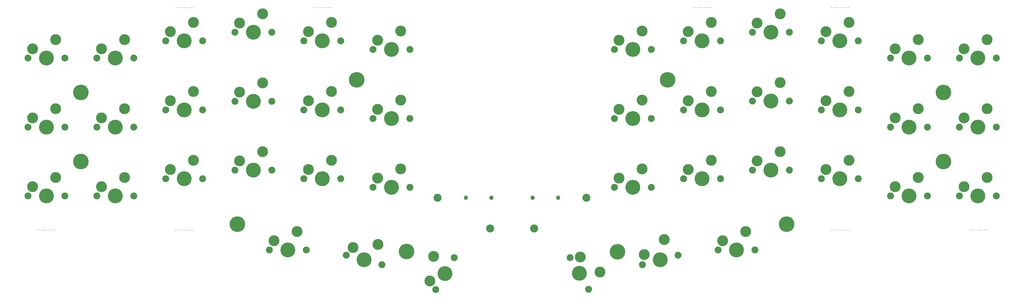
<source format=gbr>
%TF.GenerationSoftware,KiCad,Pcbnew,(5.1.12)-1*%
%TF.CreationDate,2022-11-19T09:45:38+01:00*%
%TF.ProjectId,corne-cherry,636f726e-652d-4636-9865-7272792e6b69,3.0.1*%
%TF.SameCoordinates,Original*%
%TF.FileFunction,Soldermask,Top*%
%TF.FilePolarity,Negative*%
%FSLAX46Y46*%
G04 Gerber Fmt 4.6, Leading zero omitted, Abs format (unit mm)*
G04 Created by KiCad (PCBNEW (5.1.12)-1) date 2022-11-19 09:45:38*
%MOMM*%
%LPD*%
G01*
G04 APERTURE LIST*
%ADD10C,2.200000*%
%ADD11C,4.300000*%
%ADD12C,1.200000*%
%ADD13C,3.000000*%
%ADD14C,1.900000*%
%ADD15C,4.100000*%
%ADD16C,0.300000*%
G04 APERTURE END LIST*
D10*
%TO.C,Ref\u002A\u002A*%
X168850500Y-74264000D03*
%TD*%
D11*
%TO.C,Ref\u002A\u002A*%
X267099500Y-64265500D03*
%TD*%
%TO.C,Ref\u002A\u002A*%
X191144500Y-41775500D03*
%TD*%
%TO.C,Ref\u002A\u002A*%
X267099500Y-45265500D03*
%TD*%
%TO.C,Ref\u002A\u002A*%
X223955500Y-81530500D03*
%TD*%
D10*
%TO.C,Ref\u002A\u002A*%
X154418500Y-82785000D03*
%TD*%
D11*
%TO.C,Ref\u002A\u002A*%
X177389500Y-89145000D03*
%TD*%
D10*
%TO.C,Ref\u002A\u002A*%
X142301500Y-82775000D03*
%TD*%
%TO.C,Ref\u002A\u002A*%
X127869500Y-74254000D03*
%TD*%
D11*
%TO.C,Ref\u002A\u002A*%
X119330500Y-89135000D03*
%TD*%
%TO.C,Ref\u002A\u002A*%
X72764500Y-81520500D03*
%TD*%
%TO.C,Ref\u002A\u002A*%
X105575500Y-41765500D03*
%TD*%
%TO.C,Ref\u002A\u002A*%
X29607500Y-64280000D03*
%TD*%
%TO.C,Ref\u002A\u002A*%
X29607500Y-45280000D03*
%TD*%
D12*
%TO.C,J3*%
X161037500Y-74270000D03*
X154037500Y-74270000D03*
%TD*%
%TO.C,J1*%
X135634500Y-74292000D03*
X142634500Y-74292000D03*
%TD*%
D13*
%TO.C,SW21*%
X126728091Y-90415295D03*
X125752795Y-97184557D03*
D14*
X127317500Y-99554409D03*
X132397500Y-90755591D03*
D15*
X129857500Y-95155000D03*
%TD*%
D13*
%TO.C,SW42*%
X172533909Y-94809705D03*
X167159205Y-90580443D03*
D14*
X164324500Y-90750591D03*
X169404500Y-99549409D03*
D15*
X166864500Y-95150000D03*
%TD*%
D13*
%TO.C,SW6*%
X117647500Y-28325000D03*
X111297500Y-30865000D03*
D14*
X110027500Y-33405000D03*
X120187500Y-33405000D03*
D15*
X115107500Y-33405000D03*
%TD*%
D13*
%TO.C,SW33*%
X184154500Y-47320000D03*
X177804500Y-49860000D03*
D14*
X176534500Y-52400000D03*
X186694500Y-52400000D03*
D15*
X181614500Y-52400000D03*
%TD*%
D13*
%TO.C,SW39*%
X184154500Y-66320000D03*
X177804500Y-68860000D03*
D14*
X176534500Y-71400000D03*
X186694500Y-71400000D03*
D15*
X181614500Y-71400000D03*
%TD*%
D13*
%TO.C,SW13*%
X22647500Y-68700000D03*
X16297500Y-71240000D03*
D14*
X15027500Y-73780000D03*
X25187500Y-73780000D03*
D15*
X20107500Y-73780000D03*
%TD*%
D13*
%TO.C,SW35*%
X260154500Y-68695000D03*
X253804500Y-71235000D03*
D14*
X252534500Y-73775000D03*
X262694500Y-73775000D03*
D15*
X257614500Y-73775000D03*
%TD*%
D13*
%TO.C,SW37*%
X222154500Y-61570000D03*
X215804500Y-64110000D03*
D14*
X214534500Y-66650000D03*
X224694500Y-66650000D03*
D15*
X219614500Y-66650000D03*
%TD*%
D13*
%TO.C,SW14*%
X41647500Y-68700000D03*
X35297500Y-71240000D03*
D14*
X34027500Y-73780000D03*
X44187500Y-73780000D03*
D15*
X39107500Y-73780000D03*
%TD*%
D13*
%TO.C,SW7*%
X22647500Y-49700000D03*
X16297500Y-52240000D03*
D14*
X15027500Y-54780000D03*
X25187500Y-54780000D03*
D15*
X20107500Y-54780000D03*
%TD*%
D13*
%TO.C,SW8*%
X41647500Y-49700000D03*
X35297500Y-52240000D03*
D14*
X34027500Y-54780000D03*
X44187500Y-54780000D03*
D15*
X39107500Y-54780000D03*
%TD*%
D13*
%TO.C,SW1*%
X22647500Y-30700000D03*
X16297500Y-33240000D03*
D14*
X15027500Y-35780000D03*
X25187500Y-35780000D03*
D15*
X20107500Y-35780000D03*
%TD*%
D13*
%TO.C,SW2*%
X41647500Y-30700000D03*
X35297500Y-33240000D03*
D14*
X34027500Y-35780000D03*
X44187500Y-35780000D03*
D15*
X39107500Y-35780000D03*
%TD*%
D13*
%TO.C,SW3*%
X60647500Y-25950000D03*
X54297500Y-28490000D03*
D14*
X53027500Y-31030000D03*
X63187500Y-31030000D03*
D15*
X58107500Y-31030000D03*
%TD*%
D13*
%TO.C,SW4*%
X79647500Y-23575000D03*
X73297500Y-26115000D03*
D14*
X72027500Y-28655000D03*
X82187500Y-28655000D03*
D15*
X77107500Y-28655000D03*
%TD*%
D13*
%TO.C,SW5*%
X98647500Y-25950000D03*
X92297500Y-28490000D03*
D14*
X91027500Y-31030000D03*
X101187500Y-31030000D03*
D15*
X96107500Y-31030000D03*
%TD*%
D13*
%TO.C,SW9*%
X60647500Y-44950000D03*
X54297500Y-47490000D03*
D14*
X53027500Y-50030000D03*
X63187500Y-50030000D03*
D15*
X58107500Y-50030000D03*
%TD*%
D13*
%TO.C,SW10*%
X79647500Y-42575000D03*
X73297500Y-45115000D03*
D14*
X72027500Y-47655000D03*
X82187500Y-47655000D03*
D15*
X77107500Y-47655000D03*
%TD*%
D13*
%TO.C,SW11*%
X98647500Y-44950000D03*
X92297500Y-47490000D03*
D14*
X91027500Y-50030000D03*
X101187500Y-50030000D03*
D15*
X96107500Y-50030000D03*
%TD*%
D13*
%TO.C,SW12*%
X117647500Y-47325000D03*
X111297500Y-49865000D03*
D14*
X110027500Y-52405000D03*
X120187500Y-52405000D03*
D15*
X115107500Y-52405000D03*
%TD*%
D13*
%TO.C,SW15*%
X60647500Y-63950000D03*
X54297500Y-66490000D03*
D14*
X53027500Y-69030000D03*
X63187500Y-69030000D03*
D15*
X58107500Y-69030000D03*
%TD*%
D13*
%TO.C,SW16*%
X79647500Y-61575000D03*
X73297500Y-64115000D03*
D14*
X72027500Y-66655000D03*
X82187500Y-66655000D03*
D15*
X77107500Y-66655000D03*
%TD*%
D13*
%TO.C,SW17*%
X98647500Y-63950000D03*
X92297500Y-66490000D03*
D14*
X91027500Y-69030000D03*
X101187500Y-69030000D03*
D15*
X96107500Y-69030000D03*
%TD*%
D13*
%TO.C,SW18*%
X117647500Y-66325000D03*
X111297500Y-68865000D03*
D14*
X110027500Y-71405000D03*
X120187500Y-71405000D03*
D15*
X115107500Y-71405000D03*
%TD*%
D13*
%TO.C,SW19*%
X89147500Y-83575000D03*
X82797500Y-86115000D03*
D14*
X81527500Y-88655000D03*
X91687500Y-88655000D03*
D15*
X86607500Y-88655000D03*
%TD*%
D13*
%TO.C,SW20*%
X111375752Y-87155497D03*
X104584723Y-87965448D03*
D14*
X102700597Y-90090199D03*
X112514403Y-92719801D03*
D15*
X107607500Y-91405000D03*
%TD*%
D13*
%TO.C,SW22*%
X279154500Y-30695000D03*
X272804500Y-33235000D03*
D14*
X271534500Y-35775000D03*
X281694500Y-35775000D03*
D15*
X276614500Y-35775000D03*
%TD*%
D13*
%TO.C,SW23*%
X260154500Y-30695000D03*
X253804500Y-33235000D03*
D14*
X252534500Y-35775000D03*
X262694500Y-35775000D03*
D15*
X257614500Y-35775000D03*
%TD*%
D13*
%TO.C,SW24*%
X241154500Y-25945000D03*
X234804500Y-28485000D03*
D14*
X233534500Y-31025000D03*
X243694500Y-31025000D03*
D15*
X238614500Y-31025000D03*
%TD*%
D13*
%TO.C,SW25*%
X222154500Y-23570000D03*
X215804500Y-26110000D03*
D14*
X214534500Y-28650000D03*
X224694500Y-28650000D03*
D15*
X219614500Y-28650000D03*
%TD*%
D13*
%TO.C,SW26*%
X203154500Y-25945000D03*
X196804500Y-28485000D03*
D14*
X195534500Y-31025000D03*
X205694500Y-31025000D03*
D15*
X200614500Y-31025000D03*
%TD*%
D13*
%TO.C,SW27*%
X184147500Y-28325000D03*
X177797500Y-30865000D03*
D14*
X176527500Y-33405000D03*
X186687500Y-33405000D03*
D15*
X181607500Y-33405000D03*
%TD*%
D13*
%TO.C,SW28*%
X279154500Y-49695000D03*
X272804500Y-52235000D03*
D14*
X271534500Y-54775000D03*
X281694500Y-54775000D03*
D15*
X276614500Y-54775000D03*
%TD*%
D13*
%TO.C,SW29*%
X260154500Y-49695000D03*
X253804500Y-52235000D03*
D14*
X252534500Y-54775000D03*
X262694500Y-54775000D03*
D15*
X257614500Y-54775000D03*
%TD*%
D13*
%TO.C,SW30*%
X241154500Y-44945000D03*
X234804500Y-47485000D03*
D14*
X233534500Y-50025000D03*
X243694500Y-50025000D03*
D15*
X238614500Y-50025000D03*
%TD*%
D13*
%TO.C,SW31*%
X222154500Y-42570000D03*
X215804500Y-45110000D03*
D14*
X214534500Y-47650000D03*
X224694500Y-47650000D03*
D15*
X219614500Y-47650000D03*
%TD*%
D13*
%TO.C,SW32*%
X203154500Y-44945000D03*
X196804500Y-47485000D03*
D14*
X195534500Y-50025000D03*
X205694500Y-50025000D03*
D15*
X200614500Y-50025000D03*
%TD*%
D13*
%TO.C,SW34*%
X279154500Y-68695000D03*
X272804500Y-71235000D03*
D14*
X271534500Y-73775000D03*
X281694500Y-73775000D03*
D15*
X276614500Y-73775000D03*
%TD*%
D13*
%TO.C,SW36*%
X241154500Y-63945000D03*
X234804500Y-66485000D03*
D14*
X233534500Y-69025000D03*
X243694500Y-69025000D03*
D15*
X238614500Y-69025000D03*
%TD*%
D13*
%TO.C,SW38*%
X203154500Y-63945000D03*
X196804500Y-66485000D03*
D14*
X195534500Y-69025000D03*
X205694500Y-69025000D03*
D15*
X200614500Y-69025000D03*
%TD*%
D13*
%TO.C,SW40*%
X212654500Y-83570000D03*
X206304500Y-86110000D03*
D14*
X205034500Y-88650000D03*
X215194500Y-88650000D03*
D15*
X210114500Y-88650000D03*
%TD*%
D13*
%TO.C,SW41*%
X190253151Y-85835696D03*
X184776922Y-89932649D03*
D14*
X184207597Y-92714801D03*
X194021403Y-90085199D03*
D15*
X189114500Y-91400000D03*
%TD*%
D16*
%TO.C,REF\u002A\u002A*%
X238649500Y-21870000D03*
X238055750Y-21870000D03*
X237462000Y-21870000D03*
X236868250Y-21870000D03*
X236274500Y-21870000D03*
X240430750Y-21870000D03*
X239243250Y-21870000D03*
X241024500Y-21870000D03*
X239837000Y-21870000D03*
%TD*%
%TO.C,REF\u002A\u002A*%
X200737500Y-21885000D03*
X200143750Y-21885000D03*
X199550000Y-21885000D03*
X198956250Y-21885000D03*
X198362500Y-21885000D03*
X202518750Y-21885000D03*
X201331250Y-21885000D03*
X203112500Y-21885000D03*
X201925000Y-21885000D03*
%TD*%
%TO.C,REF\u002A\u002A*%
X238741500Y-83193000D03*
X238147750Y-83193000D03*
X237554000Y-83193000D03*
X236960250Y-83193000D03*
X236366500Y-83193000D03*
X240522750Y-83193000D03*
X239335250Y-83193000D03*
X241116500Y-83193000D03*
X239929000Y-83193000D03*
%TD*%
%TO.C,REF\u002A\u002A*%
X276655500Y-83183000D03*
X276061750Y-83183000D03*
X275468000Y-83183000D03*
X274874250Y-83183000D03*
X274280500Y-83183000D03*
X278436750Y-83183000D03*
X277249250Y-83183000D03*
X279030500Y-83183000D03*
X277843000Y-83183000D03*
%TD*%
%TO.C,REF\u002A\u002A*%
X56936000Y-83178000D03*
X55748500Y-83178000D03*
X57529750Y-83178000D03*
X56342250Y-83178000D03*
X60498500Y-83178000D03*
X59904750Y-83178000D03*
X59311000Y-83178000D03*
X58717250Y-83178000D03*
X58123500Y-83178000D03*
%TD*%
%TO.C,REF\u002A\u002A*%
X18975000Y-83176000D03*
X17787500Y-83176000D03*
X19568750Y-83176000D03*
X18381250Y-83176000D03*
X22537500Y-83176000D03*
X21943750Y-83176000D03*
X21350000Y-83176000D03*
X20756250Y-83176000D03*
X20162500Y-83176000D03*
%TD*%
%TO.C,REF\u002A\u002A*%
X95020000Y-21873000D03*
X93832500Y-21873000D03*
X95613750Y-21873000D03*
X94426250Y-21873000D03*
X98582500Y-21873000D03*
X97988750Y-21873000D03*
X97395000Y-21873000D03*
X96801250Y-21873000D03*
X96207500Y-21873000D03*
%TD*%
%TO.C,REF\u002A\u002A*%
X57049250Y-21869000D03*
X55861750Y-21869000D03*
X57643000Y-21869000D03*
X56455500Y-21869000D03*
X60611750Y-21869000D03*
X60018000Y-21869000D03*
X59424250Y-21869000D03*
X58830500Y-21869000D03*
X58236750Y-21869000D03*
%TD*%
M02*

</source>
